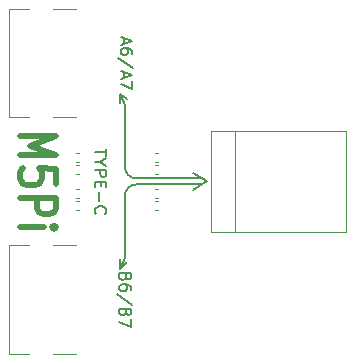
<source format=gbr>
%TF.GenerationSoftware,KiCad,Pcbnew,5.99.0-unknown-5f1e9bc8a7~129~ubuntu20.04.1*%
%TF.CreationDate,2021-06-14T18:11:25+08:00*%
%TF.ProjectId,M5Pi-TYPE-C,4d355069-2d54-4595-9045-2d432e6b6963,rev?*%
%TF.SameCoordinates,Original*%
%TF.FileFunction,Legend,Top*%
%TF.FilePolarity,Positive*%
%FSLAX46Y46*%
G04 Gerber Fmt 4.6, Leading zero omitted, Abs format (unit mm)*
G04 Created by KiCad (PCBNEW 5.99.0-unknown-5f1e9bc8a7~129~ubuntu20.04.1) date 2021-06-14 18:11:25*
%MOMM*%
%LPD*%
G01*
G04 APERTURE LIST*
%ADD10C,0.200000*%
%ADD11C,0.150000*%
%ADD12C,0.500000*%
%ADD13C,0.120000*%
G04 APERTURE END LIST*
D10*
X145447619Y-109264285D02*
X145447619Y-109835714D01*
X144447619Y-109550000D02*
X145447619Y-109550000D01*
X144923809Y-110359523D02*
X144447619Y-110359523D01*
X145447619Y-110026190D02*
X144923809Y-110359523D01*
X145447619Y-110692857D01*
X144447619Y-111026190D02*
X145447619Y-111026190D01*
X145447619Y-111407142D01*
X145400000Y-111502380D01*
X145352380Y-111550000D01*
X145257142Y-111597619D01*
X145114285Y-111597619D01*
X145019047Y-111550000D01*
X144971428Y-111502380D01*
X144923809Y-111407142D01*
X144923809Y-111026190D01*
X144971428Y-112026190D02*
X144971428Y-112359523D01*
X144447619Y-112502380D02*
X144447619Y-112026190D01*
X145447619Y-112026190D01*
X145447619Y-112502380D01*
X144828571Y-112930952D02*
X144828571Y-113692857D01*
X144542857Y-114740476D02*
X144495238Y-114692857D01*
X144447619Y-114550000D01*
X144447619Y-114454761D01*
X144495238Y-114311904D01*
X144590476Y-114216666D01*
X144685714Y-114169047D01*
X144876190Y-114121428D01*
X145019047Y-114121428D01*
X145209523Y-114169047D01*
X145304761Y-114216666D01*
X145400000Y-114311904D01*
X145447619Y-114454761D01*
X145447619Y-114550000D01*
X145400000Y-114692857D01*
X145352380Y-114740476D01*
D11*
X146600000Y-119400000D02*
X147200000Y-118800000D01*
X146600000Y-118600000D02*
X146600000Y-119400000D01*
X147000000Y-118500000D02*
X146600000Y-119400000D01*
X146600000Y-104600000D02*
X147200000Y-105000000D01*
X146600000Y-104600000D02*
X146600000Y-105400000D01*
X147000000Y-105500000D02*
X146600000Y-104600000D01*
X147000000Y-110750000D02*
X147000000Y-105500000D01*
X147000000Y-113250000D02*
X147000000Y-118500000D01*
X147000000Y-113250000D02*
G75*
G02*
X148000000Y-112250000I1000000J0D01*
G01*
X147000000Y-110750000D02*
G75*
G03*
X148000000Y-111750000I1000000J0D01*
G01*
X151500000Y-112250000D02*
X148000000Y-112250000D01*
X151500000Y-111750000D02*
X148000000Y-111750000D01*
X154000000Y-112000000D02*
X152750000Y-112750000D01*
X154000000Y-112000000D02*
X152750000Y-111250000D01*
X151500000Y-112250000D02*
X153500000Y-112250000D01*
X151500000Y-111750000D02*
X153500000Y-111750000D01*
D12*
X138142857Y-108130952D02*
X141142857Y-108130952D01*
X139000000Y-108964285D01*
X141142857Y-109797619D01*
X138142857Y-109797619D01*
X141142857Y-112178571D02*
X141142857Y-110988095D01*
X139714285Y-110869047D01*
X139857142Y-110988095D01*
X140000000Y-111226190D01*
X140000000Y-111821428D01*
X139857142Y-112059523D01*
X139714285Y-112178571D01*
X139428571Y-112297619D01*
X138714285Y-112297619D01*
X138428571Y-112178571D01*
X138285714Y-112059523D01*
X138142857Y-111821428D01*
X138142857Y-111226190D01*
X138285714Y-110988095D01*
X138428571Y-110869047D01*
X138142857Y-113369047D02*
X141142857Y-113369047D01*
X141142857Y-114321428D01*
X141000000Y-114559523D01*
X140857142Y-114678571D01*
X140571428Y-114797619D01*
X140142857Y-114797619D01*
X139857142Y-114678571D01*
X139714285Y-114559523D01*
X139571428Y-114321428D01*
X139571428Y-113369047D01*
X138142857Y-115869047D02*
X140142857Y-115869047D01*
X141142857Y-115869047D02*
X141000000Y-115750000D01*
X140857142Y-115869047D01*
X141000000Y-115988095D01*
X141142857Y-115869047D01*
X140857142Y-115869047D01*
D11*
X146933333Y-99857142D02*
X146933333Y-100333333D01*
X146647619Y-99761904D02*
X147647619Y-100095238D01*
X146647619Y-100428571D01*
X147647619Y-101190476D02*
X147647619Y-101000000D01*
X147600000Y-100904761D01*
X147552380Y-100857142D01*
X147409523Y-100761904D01*
X147219047Y-100714285D01*
X146838095Y-100714285D01*
X146742857Y-100761904D01*
X146695238Y-100809523D01*
X146647619Y-100904761D01*
X146647619Y-101095238D01*
X146695238Y-101190476D01*
X146742857Y-101238095D01*
X146838095Y-101285714D01*
X147076190Y-101285714D01*
X147171428Y-101238095D01*
X147219047Y-101190476D01*
X147266666Y-101095238D01*
X147266666Y-100904761D01*
X147219047Y-100809523D01*
X147171428Y-100761904D01*
X147076190Y-100714285D01*
X147695238Y-102428571D02*
X146409523Y-101571428D01*
X146933333Y-102714285D02*
X146933333Y-103190476D01*
X146647619Y-102619047D02*
X147647619Y-102952380D01*
X146647619Y-103285714D01*
X147647619Y-103523809D02*
X147647619Y-104190476D01*
X146647619Y-103761904D01*
X147071428Y-120095238D02*
X147023809Y-120238095D01*
X146976190Y-120285714D01*
X146880952Y-120333333D01*
X146738095Y-120333333D01*
X146642857Y-120285714D01*
X146595238Y-120238095D01*
X146547619Y-120142857D01*
X146547619Y-119761904D01*
X147547619Y-119761904D01*
X147547619Y-120095238D01*
X147500000Y-120190476D01*
X147452380Y-120238095D01*
X147357142Y-120285714D01*
X147261904Y-120285714D01*
X147166666Y-120238095D01*
X147119047Y-120190476D01*
X147071428Y-120095238D01*
X147071428Y-119761904D01*
X147547619Y-121190476D02*
X147547619Y-121000000D01*
X147500000Y-120904761D01*
X147452380Y-120857142D01*
X147309523Y-120761904D01*
X147119047Y-120714285D01*
X146738095Y-120714285D01*
X146642857Y-120761904D01*
X146595238Y-120809523D01*
X146547619Y-120904761D01*
X146547619Y-121095238D01*
X146595238Y-121190476D01*
X146642857Y-121238095D01*
X146738095Y-121285714D01*
X146976190Y-121285714D01*
X147071428Y-121238095D01*
X147119047Y-121190476D01*
X147166666Y-121095238D01*
X147166666Y-120904761D01*
X147119047Y-120809523D01*
X147071428Y-120761904D01*
X146976190Y-120714285D01*
X147595238Y-122428571D02*
X146309523Y-121571428D01*
X147071428Y-123095238D02*
X147023809Y-123238095D01*
X146976190Y-123285714D01*
X146880952Y-123333333D01*
X146738095Y-123333333D01*
X146642857Y-123285714D01*
X146595238Y-123238095D01*
X146547619Y-123142857D01*
X146547619Y-122761904D01*
X147547619Y-122761904D01*
X147547619Y-123095238D01*
X147500000Y-123190476D01*
X147452380Y-123238095D01*
X147357142Y-123285714D01*
X147261904Y-123285714D01*
X147166666Y-123238095D01*
X147119047Y-123190476D01*
X147071428Y-123095238D01*
X147071428Y-122761904D01*
X147547619Y-123666666D02*
X147547619Y-124333333D01*
X146547619Y-123904761D01*
D13*
%TO.C,R4*%
X143153641Y-111380000D02*
X142846359Y-111380000D01*
X143153641Y-110620000D02*
X142846359Y-110620000D01*
%TO.C,R2*%
X149536359Y-112620000D02*
X149843641Y-112620000D01*
X149536359Y-113380000D02*
X149843641Y-113380000D01*
%TO.C,UART1*%
X142850000Y-97420000D02*
X140930000Y-97420000D01*
X137215000Y-97420000D02*
X138920000Y-97420000D01*
X137215000Y-106580000D02*
X137215000Y-97420000D01*
X140930000Y-106580000D02*
X142850000Y-106580000D01*
X138920000Y-106580000D02*
X137215000Y-106580000D01*
%TO.C,R8*%
X149843641Y-114380000D02*
X149536359Y-114380000D01*
X149843641Y-113620000D02*
X149536359Y-113620000D01*
%TO.C,R7*%
X143153641Y-113620000D02*
X142846359Y-113620000D01*
X143153641Y-114380000D02*
X142846359Y-114380000D01*
%TO.C,R6*%
X143153641Y-113380000D02*
X142846359Y-113380000D01*
X143153641Y-112620000D02*
X142846359Y-112620000D01*
%TO.C,R5*%
X149843641Y-110380000D02*
X149536359Y-110380000D01*
X149843641Y-109620000D02*
X149536359Y-109620000D01*
%TO.C,R3*%
X143153641Y-110380000D02*
X142846359Y-110380000D01*
X143153641Y-109620000D02*
X142846359Y-109620000D01*
%TO.C,R1*%
X149536359Y-110620000D02*
X149843641Y-110620000D01*
X149536359Y-111380000D02*
X149843641Y-111380000D01*
%TO.C,OTG1*%
X142850000Y-117420000D02*
X140930000Y-117420000D01*
X137215000Y-117420000D02*
X138920000Y-117420000D01*
X137215000Y-126580000D02*
X137215000Y-117420000D01*
X140930000Y-126580000D02*
X142850000Y-126580000D01*
X138920000Y-126580000D02*
X137215000Y-126580000D01*
%TO.C,M5Pi-USB1*%
X154300000Y-107700000D02*
X155600000Y-107700000D01*
X154300000Y-116300000D02*
X154300000Y-107700000D01*
X165700000Y-116300000D02*
X165700000Y-107700000D01*
X155600000Y-116300000D02*
X154300000Y-116300000D01*
X165700000Y-107700000D02*
X155600000Y-107700000D01*
X156350000Y-116300000D02*
X156350000Y-107700000D01*
X155600000Y-116300000D02*
X165700000Y-116300000D01*
%TD*%
M02*

</source>
